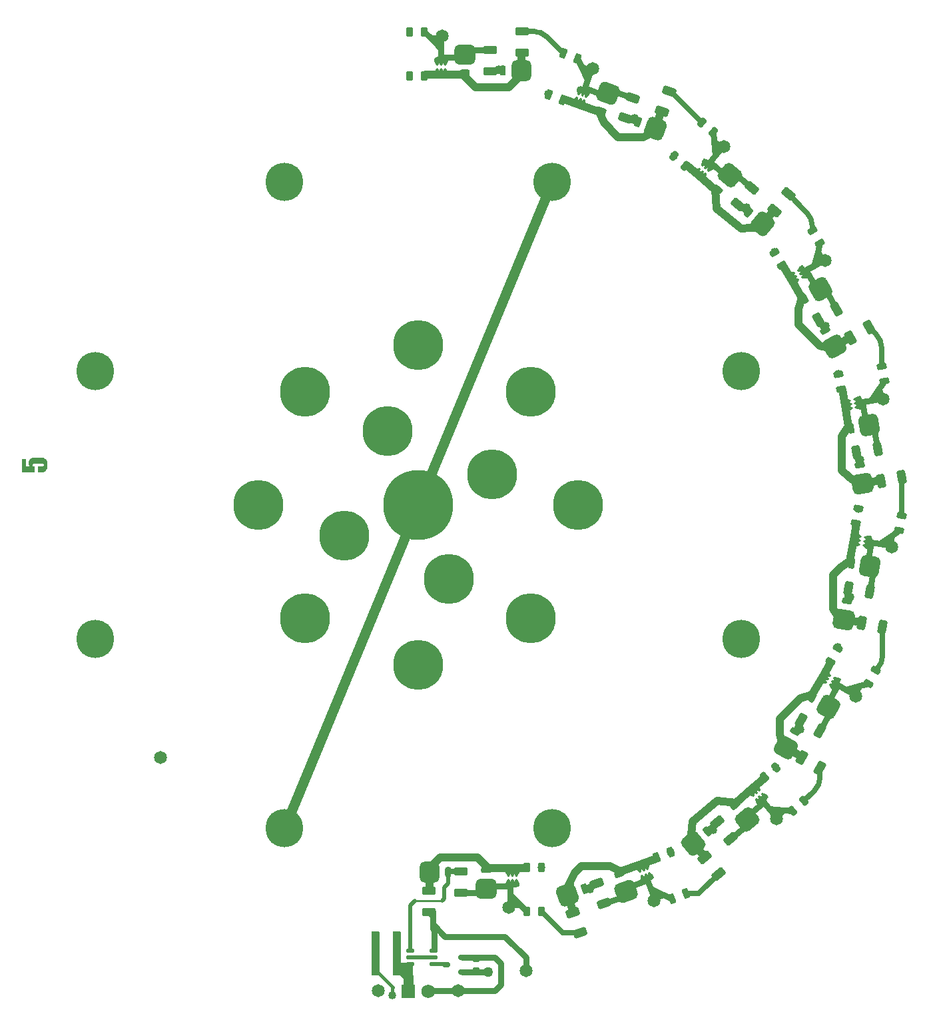
<source format=gtl>
G04 Layer_Physical_Order=1*
G04 Layer_Color=255*
%FSTAX25Y25*%
%MOIN*%
G70*
G01*
G75*
%ADD10C,0.02500*%
G04:AMPARAMS|DCode=11|XSize=68.9mil|YSize=43.31mil|CornerRadius=10.83mil|HoleSize=0mil|Usage=FLASHONLY|Rotation=200.000|XOffset=0mil|YOffset=0mil|HoleType=Round|Shape=RoundedRectangle|*
%AMROUNDEDRECTD11*
21,1,0.06890,0.02165,0,0,200.0*
21,1,0.04724,0.04331,0,0,200.0*
1,1,0.02165,-0.02590,0.00210*
1,1,0.02165,0.01849,0.01825*
1,1,0.02165,0.02590,-0.00210*
1,1,0.02165,-0.01849,-0.01825*
%
%ADD11ROUNDEDRECTD11*%
G04:AMPARAMS|DCode=12|XSize=30mil|YSize=50mil|CornerRadius=7.5mil|HoleSize=0mil|Usage=FLASHONLY|Rotation=20.000|XOffset=0mil|YOffset=0mil|HoleType=Round|Shape=RoundedRectangle|*
%AMROUNDEDRECTD12*
21,1,0.03000,0.03500,0,0,20.0*
21,1,0.01500,0.05000,0,0,20.0*
1,1,0.01500,0.01303,-0.01388*
1,1,0.01500,-0.00106,-0.01901*
1,1,0.01500,-0.01303,0.01388*
1,1,0.01500,0.00106,0.01901*
%
%ADD12ROUNDEDRECTD12*%
G04:AMPARAMS|DCode=13|XSize=100mil|YSize=105.12mil|CornerRadius=25mil|HoleSize=0mil|Usage=FLASHONLY|Rotation=20.000|XOffset=0mil|YOffset=0mil|HoleType=Round|Shape=RoundedRectangle|*
%AMROUNDEDRECTD13*
21,1,0.10000,0.05512,0,0,20.0*
21,1,0.05000,0.10512,0,0,20.0*
1,1,0.05000,0.03292,-0.01735*
1,1,0.05000,-0.01407,-0.03445*
1,1,0.05000,-0.03292,0.01735*
1,1,0.05000,0.01407,0.03445*
%
%ADD13ROUNDEDRECTD13*%
G04:AMPARAMS|DCode=14|XSize=30mil|YSize=50mil|CornerRadius=7.5mil|HoleSize=0mil|Usage=FLASHONLY|Rotation=110.000|XOffset=0mil|YOffset=0mil|HoleType=Round|Shape=RoundedRectangle|*
%AMROUNDEDRECTD14*
21,1,0.03000,0.03500,0,0,110.0*
21,1,0.01500,0.05000,0,0,110.0*
1,1,0.01500,0.01388,0.01303*
1,1,0.01500,0.01901,-0.00106*
1,1,0.01500,-0.01388,-0.01303*
1,1,0.01500,-0.01901,0.00106*
%
%ADD14ROUNDEDRECTD14*%
G04:AMPARAMS|DCode=15|XSize=100mil|YSize=105.12mil|CornerRadius=25mil|HoleSize=0mil|Usage=FLASHONLY|Rotation=110.000|XOffset=0mil|YOffset=0mil|HoleType=Round|Shape=RoundedRectangle|*
%AMROUNDEDRECTD15*
21,1,0.10000,0.05512,0,0,110.0*
21,1,0.05000,0.10512,0,0,110.0*
1,1,0.05000,0.01735,0.03292*
1,1,0.05000,0.03445,-0.01407*
1,1,0.05000,-0.01735,-0.03292*
1,1,0.05000,-0.03445,0.01407*
%
%ADD15ROUNDEDRECTD15*%
G04:AMPARAMS|DCode=16|XSize=49.21mil|YSize=31.5mil|CornerRadius=7.87mil|HoleSize=0mil|Usage=FLASHONLY|Rotation=110.000|XOffset=0mil|YOffset=0mil|HoleType=Round|Shape=RoundedRectangle|*
%AMROUNDEDRECTD16*
21,1,0.04921,0.01575,0,0,110.0*
21,1,0.03347,0.03150,0,0,110.0*
1,1,0.01575,0.00168,0.01842*
1,1,0.01575,0.01312,-0.01303*
1,1,0.01575,-0.00168,-0.01842*
1,1,0.01575,-0.01312,0.01303*
%
%ADD16ROUNDEDRECTD16*%
G04:AMPARAMS|DCode=17|XSize=20mil|YSize=50mil|CornerRadius=5mil|HoleSize=0mil|Usage=FLASHONLY|Rotation=70.000|XOffset=0mil|YOffset=0mil|HoleType=Round|Shape=RoundedRectangle|*
%AMROUNDEDRECTD17*
21,1,0.02000,0.04000,0,0,70.0*
21,1,0.01000,0.05000,0,0,70.0*
1,1,0.01000,0.02050,-0.00214*
1,1,0.01000,0.01708,-0.01154*
1,1,0.01000,-0.02050,0.00214*
1,1,0.01000,-0.01708,0.01154*
%
%ADD17ROUNDEDRECTD17*%
G04:AMPARAMS|DCode=18|XSize=20mil|YSize=50mil|CornerRadius=5mil|HoleSize=0mil|Usage=FLASHONLY|Rotation=90.000|XOffset=0mil|YOffset=0mil|HoleType=Round|Shape=RoundedRectangle|*
%AMROUNDEDRECTD18*
21,1,0.02000,0.04000,0,0,90.0*
21,1,0.01000,0.05000,0,0,90.0*
1,1,0.01000,0.02000,0.00500*
1,1,0.01000,0.02000,-0.00500*
1,1,0.01000,-0.02000,-0.00500*
1,1,0.01000,-0.02000,0.00500*
%
%ADD18ROUNDEDRECTD18*%
G04:AMPARAMS|DCode=19|XSize=20mil|YSize=50mil|CornerRadius=5mil|HoleSize=0mil|Usage=FLASHONLY|Rotation=50.000|XOffset=0mil|YOffset=0mil|HoleType=Round|Shape=RoundedRectangle|*
%AMROUNDEDRECTD19*
21,1,0.02000,0.04000,0,0,50.0*
21,1,0.01000,0.05000,0,0,50.0*
1,1,0.01000,0.01853,-0.00903*
1,1,0.01000,0.01211,-0.01669*
1,1,0.01000,-0.01853,0.00903*
1,1,0.01000,-0.01211,0.01669*
%
%ADD19ROUNDEDRECTD19*%
G04:AMPARAMS|DCode=20|XSize=20mil|YSize=50mil|CornerRadius=5mil|HoleSize=0mil|Usage=FLASHONLY|Rotation=30.000|XOffset=0mil|YOffset=0mil|HoleType=Round|Shape=RoundedRectangle|*
%AMROUNDEDRECTD20*
21,1,0.02000,0.04000,0,0,30.0*
21,1,0.01000,0.05000,0,0,30.0*
1,1,0.01000,0.01433,-0.01482*
1,1,0.01000,0.00567,-0.01982*
1,1,0.01000,-0.01433,0.01482*
1,1,0.01000,-0.00567,0.01982*
%
%ADD20ROUNDEDRECTD20*%
G04:AMPARAMS|DCode=21|XSize=20mil|YSize=50mil|CornerRadius=5mil|HoleSize=0mil|Usage=FLASHONLY|Rotation=350.000|XOffset=0mil|YOffset=0mil|HoleType=Round|Shape=RoundedRectangle|*
%AMROUNDEDRECTD21*
21,1,0.02000,0.04000,0,0,350.0*
21,1,0.01000,0.05000,0,0,350.0*
1,1,0.01000,0.00145,-0.02056*
1,1,0.01000,-0.00840,-0.01883*
1,1,0.01000,-0.00145,0.02056*
1,1,0.01000,0.00840,0.01883*
%
%ADD21ROUNDEDRECTD21*%
G04:AMPARAMS|DCode=22|XSize=20mil|YSize=50mil|CornerRadius=5mil|HoleSize=0mil|Usage=FLASHONLY|Rotation=10.000|XOffset=0mil|YOffset=0mil|HoleType=Round|Shape=RoundedRectangle|*
%AMROUNDEDRECTD22*
21,1,0.02000,0.04000,0,0,10.0*
21,1,0.01000,0.05000,0,0,10.0*
1,1,0.01000,0.00840,-0.01883*
1,1,0.01000,-0.00145,-0.02056*
1,1,0.01000,-0.00840,0.01883*
1,1,0.01000,0.00145,0.02056*
%
%ADD22ROUNDEDRECTD22*%
G04:AMPARAMS|DCode=23|XSize=49.21mil|YSize=31.5mil|CornerRadius=7.87mil|HoleSize=0mil|Usage=FLASHONLY|Rotation=90.000|XOffset=0mil|YOffset=0mil|HoleType=Round|Shape=RoundedRectangle|*
%AMROUNDEDRECTD23*
21,1,0.04921,0.01575,0,0,90.0*
21,1,0.03347,0.03150,0,0,90.0*
1,1,0.01575,0.00787,0.01673*
1,1,0.01575,0.00787,-0.01673*
1,1,0.01575,-0.00787,-0.01673*
1,1,0.01575,-0.00787,0.01673*
%
%ADD23ROUNDEDRECTD23*%
G04:AMPARAMS|DCode=24|XSize=49.21mil|YSize=31.5mil|CornerRadius=7.87mil|HoleSize=0mil|Usage=FLASHONLY|Rotation=130.000|XOffset=0mil|YOffset=0mil|HoleType=Round|Shape=RoundedRectangle|*
%AMROUNDEDRECTD24*
21,1,0.04921,0.01575,0,0,130.0*
21,1,0.03347,0.03150,0,0,130.0*
1,1,0.01575,-0.00472,0.01788*
1,1,0.01575,0.01679,-0.00776*
1,1,0.01575,0.00472,-0.01788*
1,1,0.01575,-0.01679,0.00776*
%
%ADD24ROUNDEDRECTD24*%
G04:AMPARAMS|DCode=25|XSize=49.21mil|YSize=31.5mil|CornerRadius=7.87mil|HoleSize=0mil|Usage=FLASHONLY|Rotation=150.000|XOffset=0mil|YOffset=0mil|HoleType=Round|Shape=RoundedRectangle|*
%AMROUNDEDRECTD25*
21,1,0.04921,0.01575,0,0,150.0*
21,1,0.03347,0.03150,0,0,150.0*
1,1,0.01575,-0.01055,0.01519*
1,1,0.01575,0.01843,-0.00155*
1,1,0.01575,0.01055,-0.01519*
1,1,0.01575,-0.01843,0.00155*
%
%ADD25ROUNDEDRECTD25*%
G04:AMPARAMS|DCode=26|XSize=49.21mil|YSize=31.5mil|CornerRadius=7.87mil|HoleSize=0mil|Usage=FLASHONLY|Rotation=170.000|XOffset=0mil|YOffset=0mil|HoleType=Round|Shape=RoundedRectangle|*
%AMROUNDEDRECTD26*
21,1,0.04921,0.01575,0,0,170.0*
21,1,0.03347,0.03150,0,0,170.0*
1,1,0.01575,-0.01511,0.01066*
1,1,0.01575,0.01784,0.00485*
1,1,0.01575,0.01511,-0.01066*
1,1,0.01575,-0.01784,-0.00485*
%
%ADD26ROUNDEDRECTD26*%
G04:AMPARAMS|DCode=27|XSize=49.21mil|YSize=31.5mil|CornerRadius=7.87mil|HoleSize=0mil|Usage=FLASHONLY|Rotation=190.000|XOffset=0mil|YOffset=0mil|HoleType=Round|Shape=RoundedRectangle|*
%AMROUNDEDRECTD27*
21,1,0.04921,0.01575,0,0,190.0*
21,1,0.03347,0.03150,0,0,190.0*
1,1,0.01575,-0.01784,0.00485*
1,1,0.01575,0.01511,0.01066*
1,1,0.01575,0.01784,-0.00485*
1,1,0.01575,-0.01511,-0.01066*
%
%ADD27ROUNDEDRECTD27*%
G04:AMPARAMS|DCode=28|XSize=49.21mil|YSize=31.5mil|CornerRadius=7.87mil|HoleSize=0mil|Usage=FLASHONLY|Rotation=230.000|XOffset=0mil|YOffset=0mil|HoleType=Round|Shape=RoundedRectangle|*
%AMROUNDEDRECTD28*
21,1,0.04921,0.01575,0,0,230.0*
21,1,0.03347,0.03150,0,0,230.0*
1,1,0.01575,-0.01679,-0.00776*
1,1,0.01575,0.00472,0.01788*
1,1,0.01575,0.01679,0.00776*
1,1,0.01575,-0.00472,-0.01788*
%
%ADD28ROUNDEDRECTD28*%
G04:AMPARAMS|DCode=29|XSize=49.21mil|YSize=31.5mil|CornerRadius=7.87mil|HoleSize=0mil|Usage=FLASHONLY|Rotation=250.000|XOffset=0mil|YOffset=0mil|HoleType=Round|Shape=RoundedRectangle|*
%AMROUNDEDRECTD29*
21,1,0.04921,0.01575,0,0,250.0*
21,1,0.03347,0.03150,0,0,250.0*
1,1,0.01575,-0.01312,-0.01303*
1,1,0.01575,-0.00168,0.01842*
1,1,0.01575,0.01312,0.01303*
1,1,0.01575,0.00168,-0.01842*
%
%ADD29ROUNDEDRECTD29*%
G04:AMPARAMS|DCode=30|XSize=35.43mil|YSize=31.5mil|CornerRadius=7.87mil|HoleSize=0mil|Usage=FLASHONLY|Rotation=0.000|XOffset=0mil|YOffset=0mil|HoleType=Round|Shape=RoundedRectangle|*
%AMROUNDEDRECTD30*
21,1,0.03543,0.01575,0,0,0.0*
21,1,0.01968,0.03150,0,0,0.0*
1,1,0.01575,0.00984,-0.00787*
1,1,0.01575,-0.00984,-0.00787*
1,1,0.01575,-0.00984,0.00787*
1,1,0.01575,0.00984,0.00787*
%
%ADD30ROUNDEDRECTD30*%
G04:AMPARAMS|DCode=31|XSize=23.62mil|YSize=37.4mil|CornerRadius=5.91mil|HoleSize=0mil|Usage=FLASHONLY|Rotation=270.000|XOffset=0mil|YOffset=0mil|HoleType=Round|Shape=RoundedRectangle|*
%AMROUNDEDRECTD31*
21,1,0.02362,0.02559,0,0,270.0*
21,1,0.01181,0.03740,0,0,270.0*
1,1,0.01181,-0.01279,-0.00591*
1,1,0.01181,-0.01279,0.00591*
1,1,0.01181,0.01279,0.00591*
1,1,0.01181,0.01279,-0.00591*
%
%ADD31ROUNDEDRECTD31*%
G04:AMPARAMS|DCode=32|XSize=30mil|YSize=50mil|CornerRadius=7.5mil|HoleSize=0mil|Usage=FLASHONLY|Rotation=90.000|XOffset=0mil|YOffset=0mil|HoleType=Round|Shape=RoundedRectangle|*
%AMROUNDEDRECTD32*
21,1,0.03000,0.03500,0,0,90.0*
21,1,0.01500,0.05000,0,0,90.0*
1,1,0.01500,0.01750,0.00750*
1,1,0.01500,0.01750,-0.00750*
1,1,0.01500,-0.01750,-0.00750*
1,1,0.01500,-0.01750,0.00750*
%
%ADD32ROUNDEDRECTD32*%
G04:AMPARAMS|DCode=33|XSize=100mil|YSize=105.12mil|CornerRadius=25mil|HoleSize=0mil|Usage=FLASHONLY|Rotation=90.000|XOffset=0mil|YOffset=0mil|HoleType=Round|Shape=RoundedRectangle|*
%AMROUNDEDRECTD33*
21,1,0.10000,0.05512,0,0,90.0*
21,1,0.05000,0.10512,0,0,90.0*
1,1,0.05000,0.02756,0.02500*
1,1,0.05000,0.02756,-0.02500*
1,1,0.05000,-0.02756,-0.02500*
1,1,0.05000,-0.02756,0.02500*
%
%ADD33ROUNDEDRECTD33*%
G04:AMPARAMS|DCode=34|XSize=30mil|YSize=50mil|CornerRadius=7.5mil|HoleSize=0mil|Usage=FLASHONLY|Rotation=130.000|XOffset=0mil|YOffset=0mil|HoleType=Round|Shape=RoundedRectangle|*
%AMROUNDEDRECTD34*
21,1,0.03000,0.03500,0,0,130.0*
21,1,0.01500,0.05000,0,0,130.0*
1,1,0.01500,0.00859,0.01699*
1,1,0.01500,0.01823,0.00550*
1,1,0.01500,-0.00859,-0.01699*
1,1,0.01500,-0.01823,-0.00550*
%
%ADD34ROUNDEDRECTD34*%
G04:AMPARAMS|DCode=35|XSize=100mil|YSize=105.12mil|CornerRadius=25mil|HoleSize=0mil|Usage=FLASHONLY|Rotation=130.000|XOffset=0mil|YOffset=0mil|HoleType=Round|Shape=RoundedRectangle|*
%AMROUNDEDRECTD35*
21,1,0.10000,0.05512,0,0,130.0*
21,1,0.05000,0.10512,0,0,130.0*
1,1,0.05000,0.00504,0.03687*
1,1,0.05000,0.03718,-0.00144*
1,1,0.05000,-0.00504,-0.03687*
1,1,0.05000,-0.03718,0.00144*
%
%ADD35ROUNDEDRECTD35*%
G04:AMPARAMS|DCode=36|XSize=30mil|YSize=50mil|CornerRadius=7.5mil|HoleSize=0mil|Usage=FLASHONLY|Rotation=150.000|XOffset=0mil|YOffset=0mil|HoleType=Round|Shape=RoundedRectangle|*
%AMROUNDEDRECTD36*
21,1,0.03000,0.03500,0,0,150.0*
21,1,0.01500,0.05000,0,0,150.0*
1,1,0.01500,0.00226,0.01891*
1,1,0.01500,0.01524,0.01141*
1,1,0.01500,-0.00226,-0.01891*
1,1,0.01500,-0.01524,-0.01141*
%
%ADD36ROUNDEDRECTD36*%
G04:AMPARAMS|DCode=37|XSize=100mil|YSize=105.12mil|CornerRadius=25mil|HoleSize=0mil|Usage=FLASHONLY|Rotation=150.000|XOffset=0mil|YOffset=0mil|HoleType=Round|Shape=RoundedRectangle|*
%AMROUNDEDRECTD37*
21,1,0.10000,0.05512,0,0,150.0*
21,1,0.05000,0.10512,0,0,150.0*
1,1,0.05000,-0.00787,0.03637*
1,1,0.05000,0.03543,0.01137*
1,1,0.05000,0.00787,-0.03637*
1,1,0.05000,-0.03543,-0.01137*
%
%ADD37ROUNDEDRECTD37*%
G04:AMPARAMS|DCode=38|XSize=30mil|YSize=50mil|CornerRadius=7.5mil|HoleSize=0mil|Usage=FLASHONLY|Rotation=170.000|XOffset=0mil|YOffset=0mil|HoleType=Round|Shape=RoundedRectangle|*
%AMROUNDEDRECTD38*
21,1,0.03000,0.03500,0,0,170.0*
21,1,0.01500,0.05000,0,0,170.0*
1,1,0.01500,-0.00435,0.01854*
1,1,0.01500,0.01043,0.01593*
1,1,0.01500,0.00435,-0.01854*
1,1,0.01500,-0.01043,-0.01593*
%
%ADD38ROUNDEDRECTD38*%
G04:AMPARAMS|DCode=39|XSize=100mil|YSize=105.12mil|CornerRadius=25mil|HoleSize=0mil|Usage=FLASHONLY|Rotation=170.000|XOffset=0mil|YOffset=0mil|HoleType=Round|Shape=RoundedRectangle|*
%AMROUNDEDRECTD39*
21,1,0.10000,0.05512,0,0,170.0*
21,1,0.05000,0.10512,0,0,170.0*
1,1,0.05000,-0.01984,0.03148*
1,1,0.05000,0.02941,0.02280*
1,1,0.05000,0.01984,-0.03148*
1,1,0.05000,-0.02941,-0.02280*
%
%ADD39ROUNDEDRECTD39*%
G04:AMPARAMS|DCode=40|XSize=30mil|YSize=50mil|CornerRadius=7.5mil|HoleSize=0mil|Usage=FLASHONLY|Rotation=190.000|XOffset=0mil|YOffset=0mil|HoleType=Round|Shape=RoundedRectangle|*
%AMROUNDEDRECTD40*
21,1,0.03000,0.03500,0,0,190.0*
21,1,0.01500,0.05000,0,0,190.0*
1,1,0.01500,-0.01043,0.01593*
1,1,0.01500,0.00435,0.01854*
1,1,0.01500,0.01043,-0.01593*
1,1,0.01500,-0.00435,-0.01854*
%
%ADD40ROUNDEDRECTD40*%
G04:AMPARAMS|DCode=41|XSize=100mil|YSize=105.12mil|CornerRadius=25mil|HoleSize=0mil|Usage=FLASHONLY|Rotation=190.000|XOffset=0mil|YOffset=0mil|HoleType=Round|Shape=RoundedRectangle|*
%AMROUNDEDRECTD41*
21,1,0.10000,0.05512,0,0,190.0*
21,1,0.05000,0.10512,0,0,190.0*
1,1,0.05000,-0.02941,0.02280*
1,1,0.05000,0.01984,0.03148*
1,1,0.05000,0.02941,-0.02280*
1,1,0.05000,-0.01984,-0.03148*
%
%ADD41ROUNDEDRECTD41*%
G04:AMPARAMS|DCode=42|XSize=30mil|YSize=50mil|CornerRadius=7.5mil|HoleSize=0mil|Usage=FLASHONLY|Rotation=230.000|XOffset=0mil|YOffset=0mil|HoleType=Round|Shape=RoundedRectangle|*
%AMROUNDEDRECTD42*
21,1,0.03000,0.03500,0,0,230.0*
21,1,0.01500,0.05000,0,0,230.0*
1,1,0.01500,-0.01823,0.00550*
1,1,0.01500,-0.00859,0.01699*
1,1,0.01500,0.01823,-0.00550*
1,1,0.01500,0.00859,-0.01699*
%
%ADD42ROUNDEDRECTD42*%
G04:AMPARAMS|DCode=43|XSize=100mil|YSize=105.12mil|CornerRadius=25mil|HoleSize=0mil|Usage=FLASHONLY|Rotation=230.000|XOffset=0mil|YOffset=0mil|HoleType=Round|Shape=RoundedRectangle|*
%AMROUNDEDRECTD43*
21,1,0.10000,0.05512,0,0,230.0*
21,1,0.05000,0.10512,0,0,230.0*
1,1,0.05000,-0.03718,-0.00144*
1,1,0.05000,-0.00504,0.03687*
1,1,0.05000,0.03718,0.00144*
1,1,0.05000,0.00504,-0.03687*
%
%ADD43ROUNDEDRECTD43*%
G04:AMPARAMS|DCode=44|XSize=30mil|YSize=50mil|CornerRadius=7.5mil|HoleSize=0mil|Usage=FLASHONLY|Rotation=250.000|XOffset=0mil|YOffset=0mil|HoleType=Round|Shape=RoundedRectangle|*
%AMROUNDEDRECTD44*
21,1,0.03000,0.03500,0,0,250.0*
21,1,0.01500,0.05000,0,0,250.0*
1,1,0.01500,-0.01901,-0.00106*
1,1,0.01500,-0.01388,0.01303*
1,1,0.01500,0.01901,0.00106*
1,1,0.01500,0.01388,-0.01303*
%
%ADD44ROUNDEDRECTD44*%
G04:AMPARAMS|DCode=45|XSize=100mil|YSize=105.12mil|CornerRadius=25mil|HoleSize=0mil|Usage=FLASHONLY|Rotation=250.000|XOffset=0mil|YOffset=0mil|HoleType=Round|Shape=RoundedRectangle|*
%AMROUNDEDRECTD45*
21,1,0.10000,0.05512,0,0,250.0*
21,1,0.05000,0.10512,0,0,250.0*
1,1,0.05000,-0.03445,-0.01407*
1,1,0.05000,-0.01735,0.03292*
1,1,0.05000,0.03445,0.01407*
1,1,0.05000,0.01735,-0.03292*
%
%ADD45ROUNDEDRECTD45*%
G04:AMPARAMS|DCode=46|XSize=30mil|YSize=50mil|CornerRadius=7.5mil|HoleSize=0mil|Usage=FLASHONLY|Rotation=0.000|XOffset=0mil|YOffset=0mil|HoleType=Round|Shape=RoundedRectangle|*
%AMROUNDEDRECTD46*
21,1,0.03000,0.03500,0,0,0.0*
21,1,0.01500,0.05000,0,0,0.0*
1,1,0.01500,0.00750,-0.01750*
1,1,0.01500,-0.00750,-0.01750*
1,1,0.01500,-0.00750,0.01750*
1,1,0.01500,0.00750,0.01750*
%
%ADD46ROUNDEDRECTD46*%
G04:AMPARAMS|DCode=47|XSize=100mil|YSize=105.12mil|CornerRadius=25mil|HoleSize=0mil|Usage=FLASHONLY|Rotation=0.000|XOffset=0mil|YOffset=0mil|HoleType=Round|Shape=RoundedRectangle|*
%AMROUNDEDRECTD47*
21,1,0.10000,0.05512,0,0,0.0*
21,1,0.05000,0.10512,0,0,0.0*
1,1,0.05000,0.02500,-0.02756*
1,1,0.05000,-0.02500,-0.02756*
1,1,0.05000,-0.02500,0.02756*
1,1,0.05000,0.02500,0.02756*
%
%ADD47ROUNDEDRECTD47*%
G04:AMPARAMS|DCode=48|XSize=30mil|YSize=50mil|CornerRadius=7.5mil|HoleSize=0mil|Usage=FLASHONLY|Rotation=40.000|XOffset=0mil|YOffset=0mil|HoleType=Round|Shape=RoundedRectangle|*
%AMROUNDEDRECTD48*
21,1,0.03000,0.03500,0,0,40.0*
21,1,0.01500,0.05000,0,0,40.0*
1,1,0.01500,0.01699,-0.00859*
1,1,0.01500,0.00550,-0.01823*
1,1,0.01500,-0.01699,0.00859*
1,1,0.01500,-0.00550,0.01823*
%
%ADD48ROUNDEDRECTD48*%
G04:AMPARAMS|DCode=49|XSize=100mil|YSize=105.12mil|CornerRadius=25mil|HoleSize=0mil|Usage=FLASHONLY|Rotation=40.000|XOffset=0mil|YOffset=0mil|HoleType=Round|Shape=RoundedRectangle|*
%AMROUNDEDRECTD49*
21,1,0.10000,0.05512,0,0,40.0*
21,1,0.05000,0.10512,0,0,40.0*
1,1,0.05000,0.03687,-0.00504*
1,1,0.05000,-0.00144,-0.03718*
1,1,0.05000,-0.03687,0.00504*
1,1,0.05000,0.00144,0.03718*
%
%ADD49ROUNDEDRECTD49*%
G04:AMPARAMS|DCode=50|XSize=30mil|YSize=50mil|CornerRadius=7.5mil|HoleSize=0mil|Usage=FLASHONLY|Rotation=60.000|XOffset=0mil|YOffset=0mil|HoleType=Round|Shape=RoundedRectangle|*
%AMROUNDEDRECTD50*
21,1,0.03000,0.03500,0,0,60.0*
21,1,0.01500,0.05000,0,0,60.0*
1,1,0.01500,0.01891,-0.00226*
1,1,0.01500,0.01141,-0.01524*
1,1,0.01500,-0.01891,0.00226*
1,1,0.01500,-0.01141,0.01524*
%
%ADD50ROUNDEDRECTD50*%
G04:AMPARAMS|DCode=51|XSize=100mil|YSize=105.12mil|CornerRadius=25mil|HoleSize=0mil|Usage=FLASHONLY|Rotation=60.000|XOffset=0mil|YOffset=0mil|HoleType=Round|Shape=RoundedRectangle|*
%AMROUNDEDRECTD51*
21,1,0.10000,0.05512,0,0,60.0*
21,1,0.05000,0.10512,0,0,60.0*
1,1,0.05000,0.03637,0.00787*
1,1,0.05000,0.01137,-0.03543*
1,1,0.05000,-0.03637,-0.00787*
1,1,0.05000,-0.01137,0.03543*
%
%ADD51ROUNDEDRECTD51*%
G04:AMPARAMS|DCode=52|XSize=30mil|YSize=50mil|CornerRadius=7.5mil|HoleSize=0mil|Usage=FLASHONLY|Rotation=80.000|XOffset=0mil|YOffset=0mil|HoleType=Round|Shape=RoundedRectangle|*
%AMROUNDEDRECTD52*
21,1,0.03000,0.03500,0,0,80.0*
21,1,0.01500,0.05000,0,0,80.0*
1,1,0.01500,0.01854,0.00435*
1,1,0.01500,0.01593,-0.01043*
1,1,0.01500,-0.01854,-0.00435*
1,1,0.01500,-0.01593,0.01043*
%
%ADD52ROUNDEDRECTD52*%
G04:AMPARAMS|DCode=53|XSize=100mil|YSize=105.12mil|CornerRadius=25mil|HoleSize=0mil|Usage=FLASHONLY|Rotation=80.000|XOffset=0mil|YOffset=0mil|HoleType=Round|Shape=RoundedRectangle|*
%AMROUNDEDRECTD53*
21,1,0.10000,0.05512,0,0,80.0*
21,1,0.05000,0.10512,0,0,80.0*
1,1,0.05000,0.03148,0.01984*
1,1,0.05000,0.02280,-0.02941*
1,1,0.05000,-0.03148,-0.01984*
1,1,0.05000,-0.02280,0.02941*
%
%ADD53ROUNDEDRECTD53*%
G04:AMPARAMS|DCode=54|XSize=30mil|YSize=50mil|CornerRadius=7.5mil|HoleSize=0mil|Usage=FLASHONLY|Rotation=100.000|XOffset=0mil|YOffset=0mil|HoleType=Round|Shape=RoundedRectangle|*
%AMROUNDEDRECTD54*
21,1,0.03000,0.03500,0,0,100.0*
21,1,0.01500,0.05000,0,0,100.0*
1,1,0.01500,0.01593,0.01043*
1,1,0.01500,0.01854,-0.00435*
1,1,0.01500,-0.01593,-0.01043*
1,1,0.01500,-0.01854,0.00435*
%
%ADD54ROUNDEDRECTD54*%
G04:AMPARAMS|DCode=55|XSize=100mil|YSize=105.12mil|CornerRadius=25mil|HoleSize=0mil|Usage=FLASHONLY|Rotation=100.000|XOffset=0mil|YOffset=0mil|HoleType=Round|Shape=RoundedRectangle|*
%AMROUNDEDRECTD55*
21,1,0.10000,0.05512,0,0,100.0*
21,1,0.05000,0.10512,0,0,100.0*
1,1,0.05000,0.02280,0.02941*
1,1,0.05000,0.03148,-0.01984*
1,1,0.05000,-0.02280,-0.02941*
1,1,0.05000,-0.03148,0.01984*
%
%ADD55ROUNDEDRECTD55*%
G04:AMPARAMS|DCode=56|XSize=30mil|YSize=50mil|CornerRadius=7.5mil|HoleSize=0mil|Usage=FLASHONLY|Rotation=140.000|XOffset=0mil|YOffset=0mil|HoleType=Round|Shape=RoundedRectangle|*
%AMROUNDEDRECTD56*
21,1,0.03000,0.03500,0,0,140.0*
21,1,0.01500,0.05000,0,0,140.0*
1,1,0.01500,0.00550,0.01823*
1,1,0.01500,0.01699,0.00859*
1,1,0.01500,-0.00550,-0.01823*
1,1,0.01500,-0.01699,-0.00859*
%
%ADD56ROUNDEDRECTD56*%
G04:AMPARAMS|DCode=57|XSize=100mil|YSize=105.12mil|CornerRadius=25mil|HoleSize=0mil|Usage=FLASHONLY|Rotation=140.000|XOffset=0mil|YOffset=0mil|HoleType=Round|Shape=RoundedRectangle|*
%AMROUNDEDRECTD57*
21,1,0.10000,0.05512,0,0,140.0*
21,1,0.05000,0.10512,0,0,140.0*
1,1,0.05000,-0.00144,0.03718*
1,1,0.05000,0.03687,0.00504*
1,1,0.05000,0.00144,-0.03718*
1,1,0.05000,-0.03687,-0.00504*
%
%ADD57ROUNDEDRECTD57*%
G04:AMPARAMS|DCode=58|XSize=30mil|YSize=50mil|CornerRadius=7.5mil|HoleSize=0mil|Usage=FLASHONLY|Rotation=160.000|XOffset=0mil|YOffset=0mil|HoleType=Round|Shape=RoundedRectangle|*
%AMROUNDEDRECTD58*
21,1,0.03000,0.03500,0,0,160.0*
21,1,0.01500,0.05000,0,0,160.0*
1,1,0.01500,-0.00106,0.01901*
1,1,0.01500,0.01303,0.01388*
1,1,0.01500,0.00106,-0.01901*
1,1,0.01500,-0.01303,-0.01388*
%
%ADD58ROUNDEDRECTD58*%
G04:AMPARAMS|DCode=59|XSize=100mil|YSize=105.12mil|CornerRadius=25mil|HoleSize=0mil|Usage=FLASHONLY|Rotation=160.000|XOffset=0mil|YOffset=0mil|HoleType=Round|Shape=RoundedRectangle|*
%AMROUNDEDRECTD59*
21,1,0.10000,0.05512,0,0,160.0*
21,1,0.05000,0.10512,0,0,160.0*
1,1,0.05000,-0.01407,0.03445*
1,1,0.05000,0.03292,0.01735*
1,1,0.05000,0.01407,-0.03445*
1,1,0.05000,-0.03292,-0.01735*
%
%ADD59ROUNDEDRECTD59*%
G04:AMPARAMS|DCode=60|XSize=68.9mil|YSize=43.31mil|CornerRadius=10.83mil|HoleSize=0mil|Usage=FLASHONLY|Rotation=0.000|XOffset=0mil|YOffset=0mil|HoleType=Round|Shape=RoundedRectangle|*
%AMROUNDEDRECTD60*
21,1,0.06890,0.02165,0,0,0.0*
21,1,0.04724,0.04331,0,0,0.0*
1,1,0.02165,0.02362,-0.01083*
1,1,0.02165,-0.02362,-0.01083*
1,1,0.02165,-0.02362,0.01083*
1,1,0.02165,0.02362,0.01083*
%
%ADD60ROUNDEDRECTD60*%
G04:AMPARAMS|DCode=61|XSize=68.9mil|YSize=43.31mil|CornerRadius=10.83mil|HoleSize=0mil|Usage=FLASHONLY|Rotation=40.000|XOffset=0mil|YOffset=0mil|HoleType=Round|Shape=RoundedRectangle|*
%AMROUNDEDRECTD61*
21,1,0.06890,0.02165,0,0,40.0*
21,1,0.04724,0.04331,0,0,40.0*
1,1,0.02165,0.02506,0.00689*
1,1,0.02165,-0.01114,-0.02348*
1,1,0.02165,-0.02506,-0.00689*
1,1,0.02165,0.01114,0.02348*
%
%ADD61ROUNDEDRECTD61*%
G04:AMPARAMS|DCode=62|XSize=68.9mil|YSize=43.31mil|CornerRadius=10.83mil|HoleSize=0mil|Usage=FLASHONLY|Rotation=60.000|XOffset=0mil|YOffset=0mil|HoleType=Round|Shape=RoundedRectangle|*
%AMROUNDEDRECTD62*
21,1,0.06890,0.02165,0,0,60.0*
21,1,0.04724,0.04331,0,0,60.0*
1,1,0.02165,0.02119,0.01504*
1,1,0.02165,-0.00244,-0.02587*
1,1,0.02165,-0.02119,-0.01504*
1,1,0.02165,0.00244,0.02587*
%
%ADD62ROUNDEDRECTD62*%
G04:AMPARAMS|DCode=63|XSize=68.9mil|YSize=43.31mil|CornerRadius=10.83mil|HoleSize=0mil|Usage=FLASHONLY|Rotation=80.000|XOffset=0mil|YOffset=0mil|HoleType=Round|Shape=RoundedRectangle|*
%AMROUNDEDRECTD63*
21,1,0.06890,0.02165,0,0,80.0*
21,1,0.04724,0.04331,0,0,80.0*
1,1,0.02165,0.01476,0.02138*
1,1,0.02165,0.00656,-0.02514*
1,1,0.02165,-0.01476,-0.02138*
1,1,0.02165,-0.00656,0.02514*
%
%ADD63ROUNDEDRECTD63*%
G04:AMPARAMS|DCode=64|XSize=68.9mil|YSize=43.31mil|CornerRadius=10.83mil|HoleSize=0mil|Usage=FLASHONLY|Rotation=100.000|XOffset=0mil|YOffset=0mil|HoleType=Round|Shape=RoundedRectangle|*
%AMROUNDEDRECTD64*
21,1,0.06890,0.02165,0,0,100.0*
21,1,0.04724,0.04331,0,0,100.0*
1,1,0.02165,0.00656,0.02514*
1,1,0.02165,0.01476,-0.02138*
1,1,0.02165,-0.00656,-0.02514*
1,1,0.02165,-0.01476,0.02138*
%
%ADD64ROUNDEDRECTD64*%
G04:AMPARAMS|DCode=65|XSize=68.9mil|YSize=43.31mil|CornerRadius=10.83mil|HoleSize=0mil|Usage=FLASHONLY|Rotation=140.000|XOffset=0mil|YOffset=0mil|HoleType=Round|Shape=RoundedRectangle|*
%AMROUNDEDRECTD65*
21,1,0.06890,0.02165,0,0,140.0*
21,1,0.04724,0.04331,0,0,140.0*
1,1,0.02165,-0.01114,0.02348*
1,1,0.02165,0.02506,-0.00689*
1,1,0.02165,0.01114,-0.02348*
1,1,0.02165,-0.02506,0.00689*
%
%ADD65ROUNDEDRECTD65*%
G04:AMPARAMS|DCode=66|XSize=68.9mil|YSize=43.31mil|CornerRadius=10.83mil|HoleSize=0mil|Usage=FLASHONLY|Rotation=160.000|XOffset=0mil|YOffset=0mil|HoleType=Round|Shape=RoundedRectangle|*
%AMROUNDEDRECTD66*
21,1,0.06890,0.02165,0,0,160.0*
21,1,0.04724,0.04331,0,0,160.0*
1,1,0.02165,-0.01849,0.01825*
1,1,0.02165,0.02590,0.00210*
1,1,0.02165,0.01849,-0.01825*
1,1,0.02165,-0.02590,-0.00210*
%
%ADD66ROUNDEDRECTD66*%
G04:AMPARAMS|DCode=67|XSize=49.21mil|YSize=31.5mil|CornerRadius=7.87mil|HoleSize=0mil|Usage=FLASHONLY|Rotation=210.000|XOffset=0mil|YOffset=0mil|HoleType=Round|Shape=RoundedRectangle|*
%AMROUNDEDRECTD67*
21,1,0.04921,0.01575,0,0,210.0*
21,1,0.03347,0.03150,0,0,210.0*
1,1,0.01575,-0.01843,-0.00155*
1,1,0.01575,0.01055,0.01519*
1,1,0.01575,0.01843,0.00155*
1,1,0.01575,-0.01055,-0.01519*
%
%ADD67ROUNDEDRECTD67*%
G04:AMPARAMS|DCode=68|XSize=30mil|YSize=50mil|CornerRadius=7.5mil|HoleSize=0mil|Usage=FLASHONLY|Rotation=210.000|XOffset=0mil|YOffset=0mil|HoleType=Round|Shape=RoundedRectangle|*
%AMROUNDEDRECTD68*
21,1,0.03000,0.03500,0,0,210.0*
21,1,0.01500,0.05000,0,0,210.0*
1,1,0.01500,-0.01524,0.01141*
1,1,0.01500,-0.00226,0.01891*
1,1,0.01500,0.01524,-0.01141*
1,1,0.01500,0.00226,-0.01891*
%
%ADD68ROUNDEDRECTD68*%
G04:AMPARAMS|DCode=69|XSize=100mil|YSize=105.12mil|CornerRadius=25mil|HoleSize=0mil|Usage=FLASHONLY|Rotation=210.000|XOffset=0mil|YOffset=0mil|HoleType=Round|Shape=RoundedRectangle|*
%AMROUNDEDRECTD69*
21,1,0.10000,0.05512,0,0,210.0*
21,1,0.05000,0.10512,0,0,210.0*
1,1,0.05000,-0.03543,0.01137*
1,1,0.05000,0.00787,0.03637*
1,1,0.05000,0.03543,-0.01137*
1,1,0.05000,-0.00787,-0.03637*
%
%ADD69ROUNDEDRECTD69*%
G04:AMPARAMS|DCode=70|XSize=30mil|YSize=50mil|CornerRadius=7.5mil|HoleSize=0mil|Usage=FLASHONLY|Rotation=120.000|XOffset=0mil|YOffset=0mil|HoleType=Round|Shape=RoundedRectangle|*
%AMROUNDEDRECTD70*
21,1,0.03000,0.03500,0,0,120.0*
21,1,0.01500,0.05000,0,0,120.0*
1,1,0.01500,0.01141,0.01524*
1,1,0.01500,0.01891,0.00226*
1,1,0.01500,-0.01141,-0.01524*
1,1,0.01500,-0.01891,-0.00226*
%
%ADD70ROUNDEDRECTD70*%
G04:AMPARAMS|DCode=71|XSize=100mil|YSize=105.12mil|CornerRadius=25mil|HoleSize=0mil|Usage=FLASHONLY|Rotation=120.000|XOffset=0mil|YOffset=0mil|HoleType=Round|Shape=RoundedRectangle|*
%AMROUNDEDRECTD71*
21,1,0.10000,0.05512,0,0,120.0*
21,1,0.05000,0.10512,0,0,120.0*
1,1,0.05000,0.01137,0.03543*
1,1,0.05000,0.03637,-0.00787*
1,1,0.05000,-0.01137,-0.03543*
1,1,0.05000,-0.03637,0.00787*
%
%ADD71ROUNDEDRECTD71*%
G04:AMPARAMS|DCode=72|XSize=68.9mil|YSize=43.31mil|CornerRadius=10.83mil|HoleSize=0mil|Usage=FLASHONLY|Rotation=120.000|XOffset=0mil|YOffset=0mil|HoleType=Round|Shape=RoundedRectangle|*
%AMROUNDEDRECTD72*
21,1,0.06890,0.02165,0,0,120.0*
21,1,0.04724,0.04331,0,0,120.0*
1,1,0.02165,-0.00244,0.02587*
1,1,0.02165,0.02119,-0.01504*
1,1,0.02165,0.00244,-0.02587*
1,1,0.02165,-0.02119,0.01504*
%
%ADD72ROUNDEDRECTD72*%
G04:AMPARAMS|DCode=73|XSize=20mil|YSize=50mil|CornerRadius=5mil|HoleSize=0mil|Usage=FLASHONLY|Rotation=310.000|XOffset=0mil|YOffset=0mil|HoleType=Round|Shape=RoundedRectangle|*
%AMROUNDEDRECTD73*
21,1,0.02000,0.04000,0,0,310.0*
21,1,0.01000,0.05000,0,0,310.0*
1,1,0.01000,-0.01211,-0.01669*
1,1,0.01000,-0.01853,-0.00903*
1,1,0.01000,0.01211,0.01669*
1,1,0.01000,0.01853,0.00903*
%
%ADD73ROUNDEDRECTD73*%
G04:AMPARAMS|DCode=74|XSize=20mil|YSize=50mil|CornerRadius=5mil|HoleSize=0mil|Usage=FLASHONLY|Rotation=290.000|XOffset=0mil|YOffset=0mil|HoleType=Round|Shape=RoundedRectangle|*
%AMROUNDEDRECTD74*
21,1,0.02000,0.04000,0,0,290.0*
21,1,0.01000,0.05000,0,0,290.0*
1,1,0.01000,-0.01708,-0.01154*
1,1,0.01000,-0.02050,-0.00214*
1,1,0.01000,0.01708,0.01154*
1,1,0.01000,0.02050,0.00214*
%
%ADD74ROUNDEDRECTD74*%
G04:AMPARAMS|DCode=75|XSize=20mil|YSize=50mil|CornerRadius=5mil|HoleSize=0mil|Usage=FLASHONLY|Rotation=330.000|XOffset=0mil|YOffset=0mil|HoleType=Round|Shape=RoundedRectangle|*
%AMROUNDEDRECTD75*
21,1,0.02000,0.04000,0,0,330.0*
21,1,0.01000,0.05000,0,0,330.0*
1,1,0.01000,-0.00567,-0.01982*
1,1,0.01000,-0.01433,-0.01482*
1,1,0.01000,0.00567,0.01982*
1,1,0.01000,0.01433,0.01482*
%
%ADD75ROUNDEDRECTD75*%
G04:AMPARAMS|DCode=76|XSize=102.36mil|YSize=43.31mil|CornerRadius=10.83mil|HoleSize=0mil|Usage=FLASHONLY|Rotation=270.000|XOffset=0mil|YOffset=0mil|HoleType=Round|Shape=RoundedRectangle|*
%AMROUNDEDRECTD76*
21,1,0.10236,0.02165,0,0,270.0*
21,1,0.08071,0.04331,0,0,270.0*
1,1,0.02165,-0.01083,-0.04035*
1,1,0.02165,-0.01083,0.04035*
1,1,0.02165,0.01083,0.04035*
1,1,0.02165,0.01083,-0.04035*
%
%ADD76ROUNDEDRECTD76*%
G04:AMPARAMS|DCode=77|XSize=39.37mil|YSize=21.65mil|CornerRadius=5.41mil|HoleSize=0mil|Usage=FLASHONLY|Rotation=180.000|XOffset=0mil|YOffset=0mil|HoleType=Round|Shape=RoundedRectangle|*
%AMROUNDEDRECTD77*
21,1,0.03937,0.01083,0,0,180.0*
21,1,0.02854,0.02165,0,0,180.0*
1,1,0.01083,-0.01427,0.00541*
1,1,0.01083,0.01427,0.00541*
1,1,0.01083,0.01427,-0.00541*
1,1,0.01083,-0.01427,-0.00541*
%
%ADD77ROUNDEDRECTD77*%
%ADD78C,0.01000*%
%ADD79C,0.02000*%
%ADD80C,0.03000*%
%ADD81C,0.01500*%
%ADD82C,0.04000*%
%ADD83C,0.05000*%
%ADD84C,0.25000*%
%ADD85C,0.06500*%
%ADD86R,0.06890X0.06890*%
%ADD87C,0.06890*%
%ADD88O,0.19000X0.19100*%
%ADD89C,0.35000*%
%ADD90C,0.05000*%
%ADD91C,0.04000*%
G36*
X063461Y038244D02*
X0635462Y0381948D01*
X063251Y0376834D01*
X0631657Y0377326D01*
X0630444Y0379163D01*
X0632641Y0379031D01*
X0631429Y0380867D01*
X0633626Y0380735D01*
X0632413Y0382572D01*
X063461Y038244D01*
D02*
G37*
G36*
X0594787Y0328278D02*
X0595299Y0326137D01*
X0593279Y0327012D01*
X0593791Y0324872D01*
X0591771Y0325747D01*
X0592283Y0323607D01*
X0590263Y0324482D01*
X0589631Y0325236D01*
X0594155Y0329032D01*
X0594787Y0328278D01*
D02*
G37*
G36*
X0629468Y0385409D02*
X0630681Y0383572D01*
X0628484Y0383704D01*
X0629697Y0381867D01*
X06275Y0381999D01*
X0628712Y0380163D01*
X0626515Y0380294D01*
X0625663Y0380786D01*
X0628616Y0385901D01*
X0629468Y0385409D01*
D02*
G37*
G36*
X0644171Y0454492D02*
X0645938Y0453181D01*
X0643829Y0452554D01*
X0645596Y0451243D01*
X0643487Y0450615D01*
X0645255Y0449304D01*
X0643145Y0448676D01*
X0642176Y0448847D01*
X0643201Y0454663D01*
X0644171Y0454492D01*
D02*
G37*
G36*
X0650987Y0453291D02*
X0649961Y0447475D01*
X0648992Y0447646D01*
X0647224Y0448957D01*
X0649334Y0449584D01*
X0647566Y0450895D01*
X0649676Y0451523D01*
X0647908Y0452834D01*
X0650017Y0453461D01*
X0650987Y0453291D01*
D02*
G37*
G36*
X0598603Y032373D02*
X0599236Y0322976D01*
X0594712Y031918D01*
X059408Y0319934D01*
X0593568Y0322075D01*
X0595588Y0321199D01*
X0595076Y032334D01*
X0597096Y0322464D01*
X0596584Y0324605D01*
X0598603Y032373D01*
D02*
G37*
G36*
X0474453Y0279516D02*
Y0278532D01*
X0468547D01*
Y0279516D01*
X0469531Y0281484D01*
X0470516Y0279516D01*
X04715Y0281484D01*
X0472484Y0279516D01*
X0473468Y0281484D01*
X0474453Y0279516D01*
D02*
G37*
G36*
X04225Y0239D02*
X0422Y02385D01*
Y0232D01*
X0417D01*
X04155Y02335D01*
X0413D01*
Y0239D01*
X04145Y024D01*
X0422D01*
X04225Y0239D01*
D02*
G37*
G36*
X0541611Y0283585D02*
X0541948Y028266D01*
X0536399Y028064D01*
X0536062Y0281565D01*
X0536314Y0283752D01*
X0537912Y0282239D01*
X0538163Y0284425D01*
X0539761Y0282912D01*
X0540013Y0285098D01*
X0541611Y0283585D01*
D02*
G37*
G36*
X0539581Y0289164D02*
X0539329Y0286978D01*
X0537731Y0288491D01*
X0537479Y0286304D01*
X0535881Y0287817D01*
X053563Y0285631D01*
X0534031Y0287144D01*
X0533695Y0288069D01*
X0539244Y0290089D01*
X0539581Y0289164D01*
D02*
G37*
G36*
X0474453Y0285453D02*
X0473468Y0283484D01*
X0472484Y0285453D01*
X04715Y0283484D01*
X0470516Y0285453D01*
X0469531Y0283484D01*
X0468547Y0285453D01*
Y0286437D01*
X0474453D01*
Y0285453D01*
D02*
G37*
G36*
X0236598Y0492666D02*
X0237124Y0492561D01*
X023762Y0492356D01*
X0238066Y0492058D01*
X0238445Y0491678D01*
X0238743Y0491232D01*
X0238948Y0490736D01*
X0239053Y049021D01*
X0239053Y0489942D01*
X0239053Y0488347D01*
Y0488042D01*
X0238934Y0487444D01*
X0238701Y0486881D01*
X0238362Y0486374D01*
X0237931Y0485943D01*
X0237424Y0485604D01*
X0236861Y0485371D01*
X0236263Y0485252D01*
X0234146D01*
Y0488247D01*
Y0488247D01*
X0234146Y0488248D01*
X0234146Y0488248D01*
X0234147Y0488248D01*
X0236411D01*
X0236556Y0488262D01*
X0236824Y0488373D01*
X023703Y0488579D01*
X0237141Y0488847D01*
X0237155Y0488992D01*
Y0489016D01*
X0237143Y048914D01*
X0237048Y0489368D01*
X0236873Y0489543D01*
X0236645Y0489638D01*
X0236521Y048965D01*
X0232145D01*
X0232011Y0489637D01*
X0231762Y0489534D01*
X0231572Y0489344D01*
X0231469Y0489095D01*
X0231456Y0488961D01*
X023147Y0488823D01*
X0231575Y0488568D01*
X0231771Y0488373D01*
X0232026Y0488268D01*
X0232164Y0488254D01*
X0232559D01*
Y0485247D01*
X0232563Y0485242D01*
X0226346D01*
Y0492055D01*
X0228246D01*
Y0488153D01*
X0230433D01*
Y0488246D01*
X0230294Y0488378D01*
X0230054Y0488678D01*
X0229857Y0489007D01*
X0229707Y0489361D01*
X0229657Y0489546D01*
X0229602Y048975D01*
X0229561Y049017D01*
X0229591Y0490591D01*
X0229692Y0491001D01*
X0229776Y0491195D01*
X0229776D01*
X0229846Y0491356D01*
X0230029Y0491656D01*
X0230251Y0491927D01*
X0230509Y0492166D01*
X0230653Y0492266D01*
X0230789Y049236D01*
X0231087Y0492506D01*
X0231403Y0492605D01*
X0231731Y0492655D01*
X0231897Y0492655D01*
X0232315Y0492655D01*
X023633D01*
Y0492666D01*
X0236598Y0492666D01*
D02*
G37*
G36*
X0504199Y0670628D02*
X0505797Y0672141D01*
X0506049Y0669955D01*
X0507647Y0671468D01*
X0507898Y0669281D01*
X0507562Y0668357D01*
X0502012Y0670376D01*
X0502349Y0671301D01*
X0503947Y0672814D01*
X0504199Y0670628D01*
D02*
G37*
G36*
X05722Y0638021D02*
X0571567Y0637267D01*
X0569548Y0636391D01*
X0570059Y0638532D01*
X056804Y0637657D01*
X0568551Y0639797D01*
X0566532Y0638922D01*
X0567043Y0641063D01*
X0567676Y0641817D01*
X05722Y0638021D01*
D02*
G37*
G36*
X0510266Y0675785D02*
X0509929Y067486D01*
X0508331Y0673347D01*
X0508079Y0675534D01*
X0506481Y067402D01*
X0506229Y0676207D01*
X0504631Y0674694D01*
X050438Y067688D01*
X0504716Y0677805D01*
X0510266Y0675785D01*
D02*
G37*
G36*
X0438953Y0691169D02*
X0437968Y0689201D01*
X0436984Y0691169D01*
X0436Y0689201D01*
X0435016Y0691169D01*
X0434031Y0689201D01*
X0433047Y0691169D01*
Y0692154D01*
X0438953D01*
Y0691169D01*
D02*
G37*
G36*
Y0685232D02*
Y0684248D01*
X0433047D01*
Y0685232D01*
X0434031Y0687201D01*
X0435016Y0685232D01*
X0436Y0687201D01*
X0436984Y0685232D01*
X0437968Y0687201D01*
X0438953Y0685232D01*
D02*
G37*
G36*
X0564735Y0635249D02*
X0566754Y0636125D01*
X0566243Y0633984D01*
X0568262Y0634859D01*
X0567751Y0632719D01*
X0567118Y0631965D01*
X0562595Y0635761D01*
X0563227Y0636515D01*
X0565246Y063739D01*
X0564735Y0635249D01*
D02*
G37*
G36*
X0640746Y0521452D02*
X0638978Y0520141D01*
X0641088Y0519513D01*
X063932Y0518202D01*
X064143Y0517574D01*
X0639662Y0516263D01*
X0638693Y0516092D01*
X0637667Y0521908D01*
X0638636Y0522079D01*
X0640746Y0521452D01*
D02*
G37*
G36*
X023633Y0492666D02*
X023633D01*
X023633Y0492666D01*
Y0492666D01*
D02*
G37*
G36*
X0646478Y0517465D02*
X0645509Y0517294D01*
X0643399Y0517922D01*
X0645167Y0519233D01*
X0643057Y051986D01*
X0644825Y0521171D01*
X0642716Y0521799D01*
X0644483Y052311D01*
X0645452Y0523281D01*
X0646478Y0517465D01*
D02*
G37*
G36*
X0619462Y0583487D02*
X061861Y0582995D01*
X0616413Y0582863D01*
X0617626Y05847D01*
X0615429Y0584568D01*
X0616641Y0586405D01*
X0614444Y0586273D01*
X0615657Y0588109D01*
X0616509Y0588601D01*
X0619462Y0583487D01*
D02*
G37*
G36*
X06115Y0583436D02*
X0613697Y0583568D01*
X0612484Y0581731D01*
X0614681Y0581863D01*
X0613468Y0580027D01*
X0612616Y0579534D01*
X0609663Y0584649D01*
X0610515Y0585141D01*
X0612712Y0585273D01*
X06115Y0583436D01*
D02*
G37*
D10*
X0666552Y046353D02*
G03*
X0666634Y0463727I-0000197J0000197D01*
G01*
X0622798Y032587D02*
G03*
X0625727Y0332942I-0007071J0007071D01*
G01*
X0654148Y0386803D02*
G03*
X0657077Y0393875I-0007071J0007071D01*
G01*
X0656577Y0547401D02*
G03*
X0653648Y0554472I-001J0D01*
G01*
X0621851Y0608362D02*
G03*
X0618923Y0615433I-001J0D01*
G01*
X0551597Y0675411D02*
G03*
X0551596Y0675412I-0001313J-0001313D01*
G01*
D02*
G03*
X0550284Y0675955I-0001312J-0001313D01*
G01*
X0489176Y0703071D02*
G03*
X0482105Y0706I-0007071J-0007071D01*
G01*
X0574128Y0309699D02*
X0574167Y0310143D01*
X0616294Y0361315D02*
X0616409Y0360885D01*
X0638958Y0421255D02*
X0639213Y042089D01*
X0640032Y0427346D02*
X0640287Y0426981D01*
X0645106Y0489063D02*
X0645471Y0488808D01*
X0644032Y0495154D02*
X0644396Y0494899D01*
X0624794Y0561685D02*
X0625224Y056157D01*
X0589405Y0615381D02*
X0589849Y061542D01*
X0584667Y0619357D02*
X0585111Y0619396D01*
X0534176Y0660396D02*
X053458Y0660584D01*
X0528364Y0662511D02*
X0528768Y0662699D01*
X0466685Y068587D02*
X0467Y0686185D01*
X04605Y068587D02*
X0460815Y0686185D01*
X04395Y0285256D02*
X0439815Y0285571D01*
X0445685Y0285256D02*
X0446Y0285571D01*
X0439815D02*
X0446D01*
X0625727Y0332942D02*
Y0337394D01*
X0657077Y0393875D02*
Y0408093D01*
X0666634Y0463727D02*
Y0482893D01*
X0613202Y0355959D02*
X0614136Y0357576D01*
X0613254Y0355764D02*
X0613254Y0355764D01*
X0613254Y0355764D01*
X0613254Y0355764D02*
X0613254Y0355764D01*
X0613202Y0355959D02*
X0613254Y0355764D01*
X0613254Y0355764D02*
X0613254Y0355764D01*
Y0355764D02*
Y0355764D01*
X0639318Y0423297D02*
Y0423297D01*
X0627887Y0556329D02*
X0627916Y0556321D01*
X0627916Y0556321D01*
X0627916D01*
X0628317Y0556213D01*
X0613254Y0355764D02*
X0613317Y0355528D01*
X0613254Y0355764D02*
X0613254Y0355764D01*
X0496876Y0255101D02*
X0505714D01*
X048624Y0265736D02*
X0496876Y0255101D01*
X0513676Y0279085D02*
X0513864Y0279489D01*
X0507864Y027697D02*
X0508052Y0277374D01*
X056939Y0305724D02*
X0569429Y0306167D01*
X0565025Y0274613D02*
X057485Y0284438D01*
X0558462Y0274613D02*
X0565025D01*
X0510106Y0278121D02*
X0513864Y0279489D01*
X0508052Y0277374D02*
X0510106Y0278121D01*
X0571103Y0307572D02*
X0574167Y0310143D01*
X0569429Y0306167D02*
X0571103Y0307572D01*
X0614136Y0357576D02*
X0616294Y0361315D01*
X0639318Y0423297D02*
X0640032Y0427346D01*
X0638958Y0421255D02*
X0639318Y0423297D01*
X0644716Y0491274D02*
X0645106Y0489063D01*
X0644032Y0495154D02*
X0644716Y0491274D01*
X0624794Y0561685D02*
X06271Y0557692D01*
X0627887Y0556329D01*
X0584667Y0619357D02*
X0587878Y0616663D01*
X0589405Y0615381D01*
X0528364Y0662511D02*
X0532461Y066102D01*
X0534176Y0660396D01*
X04605Y068587D02*
X0466685D01*
X0617742Y0320815D02*
X0622798Y032587D01*
X0653592Y0386247D02*
X0654148Y0386803D01*
X0656577Y0538227D02*
Y0547401D01*
X0650227Y0557894D02*
X0653648Y0554472D01*
X0621851Y0606451D02*
Y0608362D01*
X0609863Y0624493D02*
X0618923Y0615433D01*
X0551597Y0675411D02*
X0566591Y0660417D01*
X0551596Y0675412D02*
X0551597Y0675411D01*
X0489176Y0703071D02*
X0497335Y0694913D01*
X04765Y0706D02*
X0482105D01*
D11*
X0502078Y026509D02*
D03*
X0505714Y0255101D02*
D03*
X05175Y02695D02*
D03*
X0513864Y0279489D02*
D03*
D12*
X0507864Y027697D02*
D03*
D13*
X0499166Y0273804D02*
D03*
D14*
X0525376Y0284408D02*
D03*
D15*
X0528542Y027571D02*
D03*
D16*
X055093Y0295305D02*
D03*
X0543901Y0292747D02*
D03*
X0558462Y0274613D02*
D03*
X0551432Y0272055D02*
D03*
D17*
X0504787Y0669366D02*
D03*
X0507491Y0676795D02*
D03*
D18*
X0436Y0684248D02*
D03*
Y0692154D02*
D03*
X04715Y0286437D02*
D03*
Y0278532D02*
D03*
D19*
X0564856Y0633863D02*
D03*
X0569938Y0639919D02*
D03*
D20*
X0611139Y0582092D02*
D03*
X0617986Y0586044D02*
D03*
D21*
X0642689Y0451755D02*
D03*
X0650474Y0450383D02*
D03*
D22*
X063818Y0519D02*
D03*
X0645965Y0520373D02*
D03*
D23*
X048624Y0265736D02*
D03*
X047876D02*
D03*
X042026Y0705705D02*
D03*
X042774D02*
D03*
X048624Y0287756D02*
D03*
X047876D02*
D03*
X042026Y0683685D02*
D03*
X042774D02*
D03*
D24*
X0617742Y0320815D02*
D03*
X0612012Y0316006D02*
D03*
X0603588Y0337683D02*
D03*
X0597858Y0332874D02*
D03*
D25*
X0653592Y0386247D02*
D03*
X0649852Y0379768D02*
D03*
X0634522Y0397256D02*
D03*
X0630782Y0390778D02*
D03*
D26*
X0666552Y046353D02*
D03*
X0665254Y0456164D02*
D03*
X0644867Y0467354D02*
D03*
X0643568Y0459987D02*
D03*
D27*
X0656577Y0538227D02*
D03*
X0657876Y0530861D02*
D03*
X0634892Y0534404D02*
D03*
X0636191Y0527037D02*
D03*
D28*
X0566591Y0660417D02*
D03*
X0572321Y0655609D02*
D03*
X0552437Y0643549D02*
D03*
X0558167Y0638741D02*
D03*
D29*
X0497335Y0694913D02*
D03*
X0504364Y0692354D02*
D03*
X0489804Y0674221D02*
D03*
X0496833Y0671662D02*
D03*
D30*
X04535Y0236047D02*
D03*
Y0241953D02*
D03*
D31*
X0446535Y023526D02*
D03*
Y024274D02*
D03*
X0438465Y0239D02*
D03*
D32*
X04585Y0286256D02*
D03*
X0448Y0685185D02*
D03*
D33*
X04585Y0277D02*
D03*
X0448Y0694441D02*
D03*
D34*
X0583302Y0318703D02*
D03*
D35*
X0589252Y0311612D02*
D03*
D36*
X0621951Y0372483D02*
D03*
D37*
X0629967Y0367855D02*
D03*
D38*
X0641528Y0439775D02*
D03*
D39*
X0650643Y0438168D02*
D03*
D40*
X0641186Y0507345D02*
D03*
D41*
X0650302Y0508953D02*
D03*
D42*
X0574651Y0626867D02*
D03*
D43*
X0580601Y0633957D02*
D03*
D44*
X0516384Y0666143D02*
D03*
D45*
X051955Y067484D02*
D03*
D46*
X04395Y0285256D02*
D03*
X0467Y0686185D02*
D03*
D47*
X0430244Y0285256D02*
D03*
X0476256Y0686185D02*
D03*
D48*
X056939Y0305724D02*
D03*
D49*
X05623Y0299774D02*
D03*
D50*
X0613317Y0355528D02*
D03*
D51*
X0608689Y0347513D02*
D03*
D52*
X0639213Y042089D02*
D03*
D53*
X0637606Y0411775D02*
D03*
D54*
X0645471Y0488808D02*
D03*
D55*
X0647078Y0479692D02*
D03*
D56*
X0589849Y061542D02*
D03*
D57*
X0596939Y0609471D02*
D03*
D58*
X053458Y0660584D02*
D03*
D59*
X0543278Y0657418D02*
D03*
D60*
X0446Y0274941D02*
D03*
Y0285571D02*
D03*
X04605Y06965D02*
D03*
Y068587D02*
D03*
X043Y0276071D02*
D03*
Y0265441D02*
D03*
X04765Y069537D02*
D03*
Y0706D02*
D03*
D61*
X0581Y0302D02*
D03*
X0574167Y0310143D02*
D03*
X0568017Y0292581D02*
D03*
X057485Y0284438D02*
D03*
D62*
X06255Y0356D02*
D03*
X0616294Y0361315D02*
D03*
X0616522Y0342709D02*
D03*
X0625727Y0337394D02*
D03*
D63*
X06505Y04255D02*
D03*
X0640031Y0427346D02*
D03*
X0646609Y0409939D02*
D03*
X0657077Y0408093D02*
D03*
D64*
X06545Y0497D02*
D03*
X0644032Y0495154D02*
D03*
X0656166Y0481047D02*
D03*
X0666634Y0482893D02*
D03*
D65*
X05915Y06275D02*
D03*
X0584667Y0619357D02*
D03*
X060303Y061635D02*
D03*
X0609863Y0624493D02*
D03*
D66*
X0532Y06725D02*
D03*
X0528364Y0662511D02*
D03*
X0546649Y0665966D02*
D03*
X0550284Y0675955D02*
D03*
D67*
X0621851Y0606451D02*
D03*
X0625592Y0599973D02*
D03*
X0602782Y0595441D02*
D03*
X0606522Y0588963D02*
D03*
D68*
X0617951Y0572168D02*
D03*
D69*
X0625967Y0576796D02*
D03*
D70*
X0628317Y0556213D02*
D03*
D71*
X0632945Y0548198D02*
D03*
D72*
X0634Y0567D02*
D03*
X0624794Y0561685D02*
D03*
X0641021Y0552579D02*
D03*
X0650227Y0557894D02*
D03*
D73*
X0591893Y0327134D02*
D03*
X0596974Y0321078D02*
D03*
D74*
X0536469Y0289079D02*
D03*
X0539173Y028165D02*
D03*
D75*
X062714Y0383344D02*
D03*
X0633986Y0379391D02*
D03*
D76*
X0403185Y02385D02*
D03*
X0413815D02*
D03*
Y02505D02*
D03*
X0403185D02*
D03*
D77*
X04205Y0239154D02*
D03*
Y02425D02*
D03*
Y0245847D02*
D03*
X0432311D02*
D03*
Y02425D02*
D03*
Y0239154D02*
D03*
D78*
X03555Y03073D02*
X03575D01*
X0502012Y0670376D02*
X0502349Y0671301D01*
X0503947Y0672814D01*
X0504199Y0670628D01*
X0505797Y0672141D01*
X0506049Y0669955D01*
X0507647Y0671468D01*
X0507898Y0669281D01*
X0507562Y0668357D02*
X0507898Y0669281D01*
X0502012Y0670376D02*
X0507562Y0668357D01*
X0504716Y0677805D02*
X0510266Y0675785D01*
X050438Y067688D02*
X0504716Y0677805D01*
X050438Y067688D02*
X0504631Y0674694D01*
X0506229Y0676207D01*
X0506481Y067402D01*
X0508079Y0675534D01*
X0508331Y0673347D01*
X0509929Y067486D01*
X0510266Y0675785D01*
X0433047Y0684248D02*
Y0685232D01*
X0434031Y0687201D01*
X0435016Y0685232D01*
X0436Y0687201D01*
X0436984Y0685232D01*
X0437968Y0687201D01*
X0438953Y0685232D01*
Y0684248D02*
Y0685232D01*
X0433047Y0684248D02*
X0438953D01*
X0433047Y0692154D02*
X0438953D01*
X0433047Y0691169D02*
Y0692154D01*
Y0691169D02*
X0434031Y0689201D01*
X0435016Y0691169D01*
X0436Y0689201D01*
X0436984Y0691169D01*
X0437968Y0689201D01*
X0438953Y0691169D01*
Y0692154D01*
X0562595Y0635761D02*
X0563227Y0636515D01*
X0565246Y063739D01*
X0564735Y0635249D02*
X0565246Y063739D01*
X0564735Y0635249D02*
X0566754Y0636125D01*
X0566243Y0633984D02*
X0566754Y0636125D01*
X0566243Y0633984D02*
X0568262Y0634859D01*
X0567751Y0632719D02*
X0568262Y0634859D01*
X0567118Y0631965D02*
X0567751Y0632719D01*
X0562595Y0635761D02*
X0567118Y0631965D01*
X0567676Y0641817D02*
X05722Y0638021D01*
X0567043Y0641063D02*
X0567676Y0641817D01*
X0566532Y0638922D02*
X0567043Y0641063D01*
X0566532Y0638922D02*
X0568551Y0639797D01*
X056804Y0637657D02*
X0568551Y0639797D01*
X056804Y0637657D02*
X0570059Y0638532D01*
X0569548Y0636391D02*
X0570059Y0638532D01*
X0569548Y0636391D02*
X0571567Y0637267D01*
X05722Y0638021D01*
X0609663Y0584649D02*
X0610515Y0585141D01*
X0612712Y0585273D01*
X06115Y0583436D02*
X0612712Y0585273D01*
X06115Y0583436D02*
X0613697Y0583568D01*
X0612484Y0581731D02*
X0613697Y0583568D01*
X0612484Y0581731D02*
X0614681Y0581863D01*
X0613468Y0580027D02*
X0614681Y0581863D01*
X0612616Y0579534D02*
X0613468Y0580027D01*
X0609663Y0584649D02*
X0612616Y0579534D01*
X0616509Y0588601D02*
X0619462Y0583487D01*
X0615657Y0588109D02*
X0616509Y0588601D01*
X0614444Y0586273D02*
X0615657Y0588109D01*
X0614444Y0586273D02*
X0616641Y0586405D01*
X0615429Y0584568D02*
X0616641Y0586405D01*
X0615429Y0584568D02*
X0617626Y05847D01*
X0616413Y0582863D02*
X0617626Y05847D01*
X0616413Y0582863D02*
X061861Y0582995D01*
X0619462Y0583487D01*
X0643201Y0454663D02*
X0644171Y0454492D01*
X0645938Y0453181D01*
X0643829Y0452554D02*
X0645938Y0453181D01*
X0643829Y0452554D02*
X0645596Y0451243D01*
X0643487Y0450615D02*
X0645596Y0451243D01*
X0643487Y0450615D02*
X0645255Y0449304D01*
X0643145Y0448676D02*
X0645255Y0449304D01*
X0642176Y0448847D02*
X0643145Y0448676D01*
X0642176Y0448847D02*
X0643201Y0454663D01*
X0649961Y0447475D02*
X0650987Y0453291D01*
X0650017Y0453461D02*
X0650987Y0453291D01*
X0647908Y0452834D02*
X0650017Y0453461D01*
X0647908Y0452834D02*
X0649676Y0451523D01*
X0647566Y0450895D02*
X0649676Y0451523D01*
X0647566Y0450895D02*
X0649334Y0449584D01*
X0647224Y0448957D02*
X0649334Y0449584D01*
X0647224Y0448957D02*
X0648992Y0447646D01*
X0649961Y0447475D01*
X0637667Y0521908D02*
X0638636Y0522079D01*
X0640746Y0521452D01*
X0638978Y0520141D02*
X0640746Y0521452D01*
X0638978Y0520141D02*
X0641088Y0519513D01*
X063932Y0518202D02*
X0641088Y0519513D01*
X063932Y0518202D02*
X064143Y0517574D01*
X0639662Y0516263D02*
X064143Y0517574D01*
X0638693Y0516092D02*
X0639662Y0516263D01*
X0637667Y0521908D02*
X0638693Y0516092D01*
X0645452Y0523281D02*
X0646478Y0517465D01*
X0644483Y052311D02*
X0645452Y0523281D01*
X0642716Y0521799D02*
X0644483Y052311D01*
X0642716Y0521799D02*
X0644825Y0521171D01*
X0643057Y051986D02*
X0644825Y0521171D01*
X0643057Y051986D02*
X0645167Y0519233D01*
X0643399Y0517922D02*
X0645167Y0519233D01*
X0643399Y0517922D02*
X0645509Y0517294D01*
X0646478Y0517465D01*
X0593279Y0327012D02*
X0595299Y0326137D01*
X0593279Y0327012D02*
X0593791Y0324872D01*
X0591771Y0325747D02*
X0593791Y0324872D01*
X0591771Y0325747D02*
X0592283Y0323607D01*
X0596584Y0324605D02*
X0597096Y0322464D01*
X0595076Y032334D02*
X0597096Y0322464D01*
X0595076Y032334D02*
X0595588Y0321199D01*
X0593568Y0322075D02*
X0595588Y0321199D01*
X0594712Y031918D02*
X0596974Y0321078D01*
X0599236Y0322976D01*
X0589631Y0325236D02*
X0591893Y0327134D01*
X0594155Y0329032D01*
X0537731Y0288491D02*
X0539329Y0286978D01*
X0537479Y0286304D02*
X0537731Y0288491D01*
X0535881Y0287817D02*
X0537479Y0286304D01*
X053563Y0285631D02*
X0535881Y0287817D01*
X0539761Y0282912D02*
X0540013Y0285098D01*
X0538163Y0284425D02*
X0539761Y0282912D01*
X0537912Y0282239D02*
X0538163Y0284425D01*
X0536314Y0283752D02*
X0537912Y0282239D01*
X0539173Y028165D02*
X0541948Y028266D01*
X0536399Y028064D02*
X0539173Y028165D01*
X0536469Y0289079D02*
X0539244Y0290089D01*
X0533695Y0288069D02*
X0536469Y0289079D01*
X0474453Y0285453D02*
Y0286437D01*
X0473468Y0283484D02*
X0474453Y0285453D01*
X0472484D02*
X0473468Y0283484D01*
X04715D02*
X0472484Y0285453D01*
X0470516D02*
X04715Y0283484D01*
X0469531D02*
X0470516Y0285453D01*
X0468547D02*
X0469531Y0283484D01*
X0468547Y0285453D02*
Y0286437D01*
X0474453D01*
X0468547Y0278532D02*
X0474453D01*
Y0279516D01*
X0473468Y0281484D02*
X0474453Y0279516D01*
X0472484D02*
X0473468Y0281484D01*
X04715D02*
X0472484Y0279516D01*
X0470516D02*
X04715Y0281484D01*
X0469531D02*
X0470516Y0279516D01*
X0468547D02*
X0469531Y0281484D01*
X0468547Y0278532D02*
Y0279516D01*
X0628616Y0385901D02*
X0629468Y0385409D01*
X0630681Y0383572D01*
X0628484Y0383704D02*
X0630681Y0383572D01*
X0628484Y0383704D02*
X0629697Y0381867D01*
X06275Y0381999D02*
X0629697Y0381867D01*
X06275Y0381999D02*
X0628712Y0380163D01*
X0626515Y0380294D02*
X0628712Y0380163D01*
X0625663Y0380786D02*
X0626515Y0380294D01*
X0625663Y0380786D02*
X0628616Y0385901D01*
X063251Y0376834D02*
X0635462Y0381948D01*
X063461Y038244D02*
X0635462Y0381948D01*
X0632413Y0382572D02*
X063461Y038244D01*
X0632413Y0382572D02*
X0633626Y0380735D01*
X0631429Y0380867D02*
X0633626Y0380735D01*
X0631429Y0380867D02*
X0632641Y0379031D01*
X0630444Y0379163D02*
X0632641Y0379031D01*
X0630444Y0379163D02*
X0631657Y0377326D01*
X063251Y0376834D01*
X0594155Y0329032D02*
X0594787Y0328278D01*
X0539244Y0290089D02*
X0539581Y0289164D01*
X0541611Y0283585D02*
X0541948Y028266D01*
X0533695Y0288069D02*
X0534031Y0287144D01*
X0589631Y0325236D02*
X0590263Y0324482D01*
X0594712Y031918D02*
Y031918D01*
X0598603Y032373D02*
X0599236Y0322976D01*
X0436559Y0271D02*
X0437D01*
X0423D02*
X0436559D01*
X0536062Y0281565D02*
X0536112Y0282002D01*
X0536314Y0283752D01*
X0540013Y0285098D02*
X0541292Y0283888D01*
X0541611Y0283585D01*
X0593977Y0320362D02*
X059408Y0319934D01*
X0593568Y0322075D02*
X0593977Y0320362D01*
X0596584Y0324605D02*
X05982Y0323905D01*
X0598603Y032373D01*
X0534031Y0287144D02*
X0534351Y0286842D01*
X053563Y0285631D01*
X0539329Y0286978D02*
X053953Y0288727D01*
X0539581Y0289164D01*
X0590263Y0324482D02*
X0590667Y0324307D01*
X0592283Y0323607D01*
X059489Y032785D02*
X0595299Y0326137D01*
X0594787Y0328278D02*
X059489Y032785D01*
X0536062Y0281565D02*
X0536399Y028064D01*
X059408Y0319934D02*
X0594712Y031918D01*
D79*
X04205Y02425D02*
X0432311D01*
Y0239154D02*
X0438311D01*
X04365Y0270941D02*
X0436559Y0271D01*
X04205Y0245847D02*
Y02685D01*
X0423Y0271D01*
X04395Y02795D02*
Y0285256D01*
X04375Y02775D02*
X04395Y02795D01*
X04375Y0271941D02*
Y02775D01*
X0436559Y0271D02*
X04375Y0271941D01*
D80*
X04295Y02255D02*
X043Y0226D01*
X046276Y024274D02*
X0466Y02395D01*
X04445Y0226D02*
X0463D01*
X0466Y0229D01*
Y02395D01*
X043Y0226D02*
X04445D01*
X0588998Y0308711D02*
X0589252Y0311612D01*
X0604003Y0311923D02*
X0604065Y0312627D01*
X0600376Y0317024D02*
X0604065Y0312627D01*
X060415Y0313592D02*
X0607497Y0316401D01*
X0604065Y0312627D02*
X060415Y0313592D01*
X0607497Y0316401D02*
X0612012Y0316006D01*
X0589252Y0311612D02*
X058943Y0313642D01*
X0597518Y0320429D02*
X0600376Y0317024D01*
X0643539Y0373875D02*
X0643722Y0373192D01*
X0643289Y0374811D02*
X0643539Y0373875D01*
X0634719Y0378968D02*
X0638568Y0376745D01*
X0643539Y0373875D01*
X0643289Y0374811D02*
X0645474Y0378595D01*
X0649852Y0379768D01*
X06255Y0356D02*
X0630721Y0365042D01*
X0629967Y0367855D02*
X0630721Y0365042D01*
X0629439Y0369823D02*
X0629967Y0367855D01*
X0661338Y0448467D02*
X0661743Y0447888D01*
X0660782Y0449261D02*
X0661338Y0448467D01*
X0651308Y0450236D02*
X0655685Y0449464D01*
X0661338Y0448467D01*
X0660782Y0449261D02*
X0661541Y0453564D01*
X0665254Y0456164D01*
X06505Y04255D02*
X0652313Y0435782D01*
X0650643Y0438168D02*
X0652313Y0435782D01*
X0649474Y0439837D02*
X0650643Y0438168D01*
X0656829Y0522289D02*
X0657408Y0521883D01*
X0656036Y0522844D02*
X0656829Y0522289D01*
X0646799Y052052D02*
X0651176Y0521292D01*
X0656829Y0522289D01*
X0655277Y0527148D02*
X0656036Y0522844D01*
X0655277Y0527148D02*
X0657876Y0530861D01*
X0652687Y0507282D02*
X06545Y0497D01*
X0650302Y0508953D02*
X0652687Y0507282D01*
X0648632Y0510121D02*
X0650302Y0508953D01*
X0627539Y059156D02*
X0628222Y0591377D01*
X0626604Y0591811D02*
X0627539Y059156D01*
X0618719Y0586468D02*
X0622568Y058869D01*
X0627539Y059156D01*
X0624419Y0595596D02*
X0626604Y0591811D01*
X0624419Y0595596D02*
X0625592Y0599973D01*
X062878Y0576042D02*
X0634Y0567D01*
X0625967Y0576796D02*
X062878Y0576042D01*
X0623998Y0577323D02*
X0625967Y0576796D01*
X0577029Y0648369D02*
X0577733Y0648431D01*
X0576064Y0648285D02*
X0577029Y0648369D01*
X0570482Y0640567D02*
X0573339Y0643972D01*
X0577029Y0648369D01*
X0572716Y0651094D02*
X0576064Y0648285D01*
X0572321Y0655609D02*
X0572716Y0651094D01*
X0583502Y0634211D02*
X05915Y06275D01*
X0580601Y0633957D02*
X0583502Y0634211D01*
X0578571Y063378D02*
X0580601Y0633957D01*
X0511264Y0687161D02*
X0511905Y068746D01*
X0510386Y0686752D02*
X0511264Y0687161D01*
X0507781Y0677591D02*
X0509301Y0681767D01*
X0511264Y0687161D01*
X0506279Y0688247D02*
X0510386Y0686752D01*
X0504364Y0692354D02*
X0506279Y0688247D01*
X0522189Y0676071D02*
X0532Y06725D01*
X051955Y067484D02*
X0522189Y0676071D01*
X0517703Y0673979D02*
X051955Y067484D01*
X0436Y0703185D02*
X04365Y0703685D01*
X0435315Y07025D02*
X0436Y0703185D01*
Y0693D02*
Y0697445D01*
Y0703185D01*
X0430945Y07025D02*
X0435315D01*
X042774Y0705705D02*
X0430945Y07025D01*
X0450059Y06965D02*
X04605D01*
X0448Y0694441D02*
X0450059Y06965D01*
X0446559Y0693D02*
X0448Y0694441D01*
X047Y0267756D02*
X04705Y0268256D01*
X0471185Y0268941D01*
X04705Y0268256D02*
Y0273996D01*
X0471185Y0268941D02*
X0475555D01*
X047876Y0265736D01*
X0456441Y0274941D02*
X04585Y0277D01*
X0459941Y0278441D01*
X0597518Y0320429D02*
X0597518Y0320429D01*
X0507781Y0677591D02*
X0517703Y0673979D01*
X0507781Y0677591D02*
X0507781Y0677591D01*
X0646799Y052052D02*
X0648632Y0510121D01*
X0570482Y0640567D02*
X0570482D01*
X0581Y0302D02*
X0588998Y0308711D01*
X043Y0265441D02*
X0432Y0263441D01*
X04785Y0236D02*
Y02425D01*
X0468Y0253D02*
X04785Y02425D01*
X0432Y0257D02*
Y0263441D01*
X0459941Y0278441D02*
X04705D01*
Y0273996D02*
Y0278441D01*
X0446Y0274941D02*
X0456441D01*
X04325Y02465D02*
Y02585D01*
X0438Y0253D01*
X0468D01*
X04705Y0273996D02*
X0475555Y0268941D01*
X0506279Y0688247D02*
X0509301Y0681767D01*
X0655685Y0449464D02*
X0661541Y0453564D01*
X0638568Y0376745D02*
X0645474Y0378595D01*
X0572716Y0651094D02*
X0573339Y0643972D01*
X0622568Y058869D02*
X0624419Y0595596D01*
X0600376Y0317024D02*
X0607497Y0316401D01*
X0651176Y0521292D02*
X0655277Y0527148D01*
X0430945Y07025D02*
X0436Y0697445D01*
X0528542Y027571D02*
X0529403Y0277557D01*
X0527311Y0273071D02*
X0528542Y027571D01*
X05175Y02695D02*
X0527311Y0273071D01*
X0529403Y0277557D02*
X0539325Y0281168D01*
X0540846Y0276992D02*
X0547325Y027397D01*
X0539325Y0281168D02*
X0540846Y0276992D01*
X0543218Y0272476D02*
X0547325Y027397D01*
X0551432Y0272055D01*
X0542809Y0271598D02*
X0543218Y0272476D01*
X0540846Y0276992D02*
X0542809Y0271598D01*
X054251Y0270957D02*
X0542809Y0271598D01*
X058943Y0313642D02*
X0597518Y0320429D01*
X0629439Y0369823D02*
X0634719Y0378968D01*
X0649474Y0439837D02*
X0651308Y0450236D01*
X0618719Y0586468D02*
X0623998Y0577323D01*
X0570482Y0640567D02*
X0578571Y063378D01*
X0436Y0693D02*
X0446559D01*
X0446535Y024274D02*
X046276D01*
X0446535Y023526D02*
X045974D01*
X0432311Y02465D02*
X04325D01*
X0432Y0263441D02*
Y026563D01*
D81*
X0403185Y0236315D02*
Y02385D01*
Y0236315D02*
X0412Y02275D01*
X04115Y0227D02*
X0412Y02275D01*
X04115Y02235D02*
Y0227D01*
D82*
X05623Y0299774D02*
X0568047Y0292925D01*
X056106Y0301252D02*
X05623Y0299774D01*
X0608689Y0347513D02*
X0616432Y0343042D01*
X0607018Y0348477D02*
X0608689Y0347513D01*
X0637606Y0411775D02*
X0646411Y0410222D01*
X0635706Y041211D02*
X0637606Y0411775D01*
X0647078Y0479692D02*
X0655883Y0481245D01*
X0645178Y0479357D02*
X0647078Y0479692D01*
X0625461Y0548791D02*
X0631274Y0547233D01*
X0632945Y0548198D02*
X0640688Y0552668D01*
X0631274Y0547233D02*
X0632945Y0548198D01*
X0596939Y0609471D02*
X0602687Y061632D01*
X0595699Y0607993D02*
X0596939Y0609471D01*
X0543278Y0657418D02*
X0546336Y066582D01*
X0542618Y0655606D02*
X0543278Y0657418D01*
X0476256Y0686185D02*
Y0695126D01*
Y0684256D02*
Y0686185D01*
X0430244Y0276315D02*
Y0285256D01*
Y0287185D01*
X0621585Y0373849D02*
Y0373849D01*
X0640716Y0440933D02*
X0642626Y0451766D01*
X0627085Y0383375D02*
Y0383375D01*
X0642626Y0451766D02*
Y0451766D01*
X0627085Y0383375D02*
X0630965Y0390095D01*
X0616585Y0572534D02*
X0616585Y0572534D01*
X0497474Y0671961D02*
X0504766Y0669307D01*
X0504766Y0669307D02*
X0504766D01*
X0504766Y0669307D02*
Y0669307D01*
X0504766Y0669307D01*
X0413815Y02385D02*
Y02505D01*
X0403185Y02385D02*
Y02505D01*
X0430244Y0287185D02*
X0435559Y02925D01*
X0454256D01*
X0498506Y0275617D02*
X0499166Y0273804D01*
X0502224Y0265402D01*
X0498506Y0275617D02*
X050105Y0281072D01*
X0502831Y0284891D01*
X0506131Y0288191D01*
X052061D01*
X0525974Y028569D02*
X053631Y0289452D01*
X056106Y0301252D02*
X0561871Y0310518D01*
X057426Y0320913D01*
X0615868Y0372317D02*
X0621585Y0373849D01*
X0605461Y0354291D02*
X0607018Y0348477D01*
X0605461Y0354291D02*
Y036191D01*
X0615868Y0372317D01*
X0635868Y0437539D02*
X0640716Y0440933D01*
X0632254Y041704D02*
X0635706Y041211D01*
X0632254Y041704D02*
Y0433924D01*
X0635868Y0437539D01*
X0640248Y0482809D02*
X0645178Y0479357D01*
X0636633Y0503308D02*
X0640028Y0508156D01*
X0636633Y0486424D02*
X0640248Y0482809D01*
X0636633Y0486424D02*
Y0503308D01*
X0615053Y0559198D02*
X0625461Y0548791D01*
X0615053Y0559198D02*
Y0566817D01*
X0573243Y0626744D02*
X0574067Y0617317D01*
X0586173Y0607159D01*
X0595699Y0607993D01*
X0537163Y0653062D02*
X0542618Y0655606D01*
X0515102Y0665545D02*
X0517603Y0660181D01*
X0524723Y0653062D02*
X0537163D01*
X0517603Y0660181D02*
X0524723Y0653062D01*
X047Y0678D02*
X0476256Y0684256D01*
X04595Y0287256D02*
X047826D01*
X0454256Y02925D02*
X04595Y0287256D01*
X0536331Y0289459D02*
X0543602Y0292106D01*
X053631Y0289452D02*
X0536331Y0289459D01*
X052061Y0288191D02*
X0525974Y028569D01*
X0591852Y0327182D02*
X0597797Y033217D01*
X0583426Y0320111D02*
X0591852Y0327182D01*
X057426Y0320913D02*
X0583426Y0320111D01*
X0621585Y0373849D02*
X0627085Y0383375D01*
X0642626Y0451766D02*
X0643974Y0459408D01*
X063677Y0526631D02*
X0638118Y0518989D01*
X0640028Y0508156D01*
X0611085Y058206D02*
X0616585Y0572534D01*
X0607205Y058878D02*
X0611085Y058206D01*
X0615053Y0566817D02*
X0616585Y0572534D01*
X0558872Y0638802D02*
X0564816Y0633814D01*
X0573243Y0626744D01*
X0504766Y0669307D02*
X0515102Y0665545D01*
X0453185Y0678D02*
X047D01*
X0447Y0684185D02*
X0453185Y0678D01*
X042824Y0684185D02*
X0447D01*
D83*
X04195Y02255D02*
Y0232815D01*
X03575Y03073D02*
X04245Y0469D01*
X04915Y06307D01*
D84*
X0481069Y0412431D02*
D03*
X04245Y0389D02*
D03*
X0367932Y0412431D02*
D03*
Y0525568D02*
D03*
X04245Y0549D02*
D03*
X0481069Y0525568D02*
D03*
X03445Y0469D02*
D03*
X05045D02*
D03*
X0439807Y0432045D02*
D03*
X0387545Y0453693D02*
D03*
X0409193Y0505955D02*
D03*
X0461455Y0484307D02*
D03*
D85*
X054251Y0270957D02*
D03*
X047Y0267756D02*
D03*
X0604003Y0311923D02*
D03*
X0643722Y0373192D02*
D03*
X0661743Y0447888D02*
D03*
X0657408Y0521883D02*
D03*
X0577733Y0648431D02*
D03*
X0511905Y068746D02*
D03*
X04365Y0703685D02*
D03*
X04445Y0226D02*
D03*
X04045D02*
D03*
X0628222Y0591377D02*
D03*
X04785Y0236D02*
D03*
X02955Y03425D02*
D03*
D86*
X04195Y02255D02*
D03*
D87*
X04295D02*
D03*
D88*
X04915Y06307D02*
D03*
X05862Y0536D02*
D03*
Y0402D02*
D03*
X04915Y03073D02*
D03*
X03575D02*
D03*
X02628Y0402D02*
D03*
Y0536D02*
D03*
X03575Y06307D02*
D03*
D89*
X04245Y0469D02*
D03*
D90*
X045974Y023526D02*
D03*
D91*
X0603588Y0337683D02*
D03*
X0616Y03565D02*
D03*
X06345Y0398D02*
D03*
X0641Y0423D02*
D03*
X0645Y0467D02*
D03*
X0646Y04915D02*
D03*
X0635Y05345D02*
D03*
X06285Y05585D02*
D03*
X0603Y05955D02*
D03*
X0589Y0618D02*
D03*
X05525Y06435D02*
D03*
X04895Y06745D02*
D03*
X0465Y0687D02*
D03*
X048624Y0287756D02*
D03*
X0572151Y0306323D02*
D03*
X055093Y0295305D02*
D03*
X0510663Y0276589D02*
D03*
X0533Y06625D02*
D03*
X04115Y02235D02*
D03*
M02*

</source>
